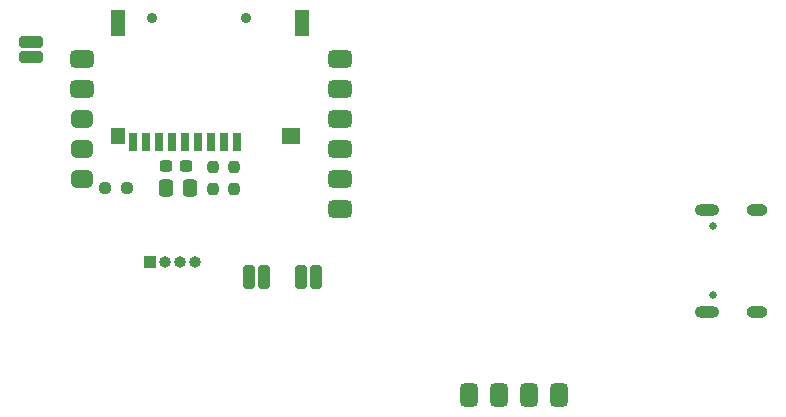
<source format=gbr>
%TF.GenerationSoftware,KiCad,Pcbnew,7.0.2*%
%TF.CreationDate,2024-04-03T12:52:24+03:00*%
%TF.ProjectId,gps_tracer,6770735f-7472-4616-9365-722e6b696361,rev?*%
%TF.SameCoordinates,Original*%
%TF.FileFunction,Soldermask,Bot*%
%TF.FilePolarity,Negative*%
%FSLAX46Y46*%
G04 Gerber Fmt 4.6, Leading zero omitted, Abs format (unit mm)*
G04 Created by KiCad (PCBNEW 7.0.2) date 2024-04-03 12:52:24*
%MOMM*%
%LPD*%
G01*
G04 APERTURE LIST*
G04 Aperture macros list*
%AMRoundRect*
0 Rectangle with rounded corners*
0 $1 Rounding radius*
0 $2 $3 $4 $5 $6 $7 $8 $9 X,Y pos of 4 corners*
0 Add a 4 corners polygon primitive as box body*
4,1,4,$2,$3,$4,$5,$6,$7,$8,$9,$2,$3,0*
0 Add four circle primitives for the rounded corners*
1,1,$1+$1,$2,$3*
1,1,$1+$1,$4,$5*
1,1,$1+$1,$6,$7*
1,1,$1+$1,$8,$9*
0 Add four rect primitives between the rounded corners*
20,1,$1+$1,$2,$3,$4,$5,0*
20,1,$1+$1,$4,$5,$6,$7,0*
20,1,$1+$1,$6,$7,$8,$9,0*
20,1,$1+$1,$8,$9,$2,$3,0*%
G04 Aperture macros list end*
%ADD10RoundRect,0.375000X-0.375000X0.625000X-0.375000X-0.625000X0.375000X-0.625000X0.375000X0.625000X0*%
%ADD11RoundRect,0.375000X-0.625000X-0.375000X0.625000X-0.375000X0.625000X0.375000X-0.625000X0.375000X0*%
%ADD12RoundRect,0.375000X-0.525000X-0.375000X0.525000X-0.375000X0.525000X0.375000X-0.525000X0.375000X0*%
%ADD13O,1.800000X1.000000*%
%ADD14O,2.100000X1.000000*%
%ADD15C,0.650000*%
%ADD16O,1.000000X1.000000*%
%ADD17R,1.000000X1.000000*%
%ADD18RoundRect,0.250000X0.250000X-0.750000X0.250000X0.750000X-0.250000X0.750000X-0.250000X-0.750000X0*%
%ADD19RoundRect,0.250000X0.750000X0.250000X-0.750000X0.250000X-0.750000X-0.250000X0.750000X-0.250000X0*%
%ADD20RoundRect,0.237500X-0.237500X0.250000X-0.237500X-0.250000X0.237500X-0.250000X0.237500X0.250000X0*%
%ADD21RoundRect,0.237500X0.300000X0.237500X-0.300000X0.237500X-0.300000X-0.237500X0.300000X-0.237500X0*%
%ADD22RoundRect,0.250000X0.337500X0.475000X-0.337500X0.475000X-0.337500X-0.475000X0.337500X-0.475000X0*%
%ADD23RoundRect,0.237500X-0.250000X-0.237500X0.250000X-0.237500X0.250000X0.237500X-0.250000X0.237500X0*%
%ADD24R,1.200000X2.200000*%
%ADD25R,1.200000X1.400000*%
%ADD26R,1.600000X1.400000*%
%ADD27R,0.700000X1.600000*%
%ADD28C,0.900000*%
G04 APERTURE END LIST*
D10*
%TO.C,U6*%
X87325200Y-73075800D03*
X89865200Y-73075800D03*
X92405200Y-73075800D03*
X94945200Y-73075800D03*
%TD*%
D11*
%TO.C,U7*%
X54620000Y-44580000D03*
X54620000Y-47120000D03*
D12*
X54620000Y-49660000D03*
X54620000Y-52200000D03*
X54620000Y-54740000D03*
D11*
X76464000Y-57280000D03*
X76464000Y-54740000D03*
X76464000Y-52200000D03*
X76464000Y-49660000D03*
X76464000Y-47120000D03*
X76464000Y-44580000D03*
%TD*%
D13*
%TO.C,P1*%
X111717400Y-57351200D03*
D14*
X107517400Y-57351200D03*
D13*
X111717400Y-65991200D03*
D14*
X107517400Y-65991200D03*
D15*
X108037400Y-58781200D03*
X108037400Y-64561200D03*
%TD*%
D16*
%TO.C,J3*%
X64170000Y-61810000D03*
X62900000Y-61810000D03*
X61630000Y-61810000D03*
D17*
X60360000Y-61810000D03*
%TD*%
D18*
%TO.C,J2*%
X74440000Y-63030000D03*
X73170000Y-63030000D03*
%TD*%
D19*
%TO.C,J4*%
X50240000Y-43180000D03*
X50240000Y-44450000D03*
%TD*%
D18*
%TO.C,J1*%
X70000000Y-63030000D03*
X68730000Y-63030000D03*
%TD*%
D20*
%TO.C,R10*%
X65667468Y-55576855D03*
X65667468Y-53751855D03*
%TD*%
D21*
%TO.C,C16*%
X63430068Y-53671855D03*
X61705068Y-53671855D03*
%TD*%
D22*
%TO.C,C1*%
X63780068Y-55526055D03*
X61705068Y-55526055D03*
%TD*%
D23*
%TO.C,R12*%
X56575000Y-55500000D03*
X58400000Y-55500000D03*
%TD*%
D20*
%TO.C,R24*%
X67445468Y-55580655D03*
X67445468Y-53755655D03*
%TD*%
D24*
%TO.C,J5*%
X57686868Y-41549655D03*
D25*
X57686868Y-51149655D03*
D26*
X72286868Y-51149655D03*
D24*
X73186868Y-41549655D03*
D27*
X58886868Y-51649655D03*
X59986868Y-51649655D03*
X61086868Y-51649655D03*
X62186868Y-51649655D03*
X63286868Y-51649655D03*
X64386868Y-51649655D03*
X65486868Y-51649655D03*
X66586868Y-51649655D03*
X67686868Y-51649655D03*
D28*
X60486868Y-41149655D03*
X68486868Y-41149655D03*
%TD*%
M02*

</source>
